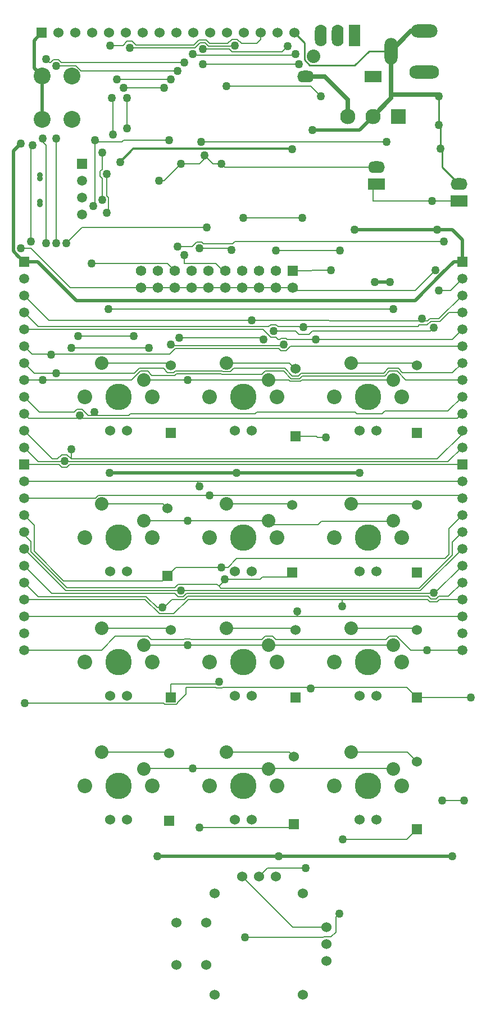
<source format=gbl>
%FSLAX25Y25*%
%MOIN*%
G70*
G01*
G75*
G04 Layer_Physical_Order=2*
G04 Layer_Color=16711680*
%ADD10R,0.03543X0.04331*%
%ADD11R,0.03900X0.05900*%
%ADD12R,0.12900X0.05900*%
%ADD13R,0.03937X0.05118*%
%ADD14R,0.03900X0.04300*%
%ADD15R,0.03150X0.03150*%
%ADD16R,0.08661X0.09843*%
%ADD17R,0.07874X0.01969*%
%ADD18O,0.02165X0.06890*%
%ADD19O,0.06890X0.02165*%
%ADD20R,0.03150X0.06299*%
%ADD21R,0.04300X0.03900*%
%ADD22R,0.05118X0.03937*%
%ADD23C,0.00800*%
%ADD24C,0.02000*%
%ADD25C,0.02500*%
%ADD26C,0.01000*%
%ADD27C,0.01200*%
%ADD28C,0.10000*%
%ADD29C,0.09055*%
%ADD30R,0.09055X0.09055*%
%ADD31O,0.17716X0.07874*%
%ADD32O,0.15748X0.07874*%
%ADD33O,0.07874X0.15748*%
%ADD34C,0.05906*%
%ADD35C,0.05906*%
%ADD36C,0.06000*%
%ADD37O,0.07000X0.13000*%
%ADD38C,0.08000*%
%ADD39R,0.07000X0.13000*%
%ADD40C,0.06200*%
%ADD41R,0.06200X0.06200*%
%ADD42R,0.05906X0.05906*%
%ADD43R,0.06000X0.06000*%
%ADD44C,0.03543*%
%ADD45R,0.10000X0.07000*%
%ADD46O,0.10000X0.07000*%
%ADD47C,0.08700*%
%ADD48C,0.15700*%
%ADD49R,0.10000X0.07000*%
%ADD50C,0.05000*%
D23*
X269200Y348200D02*
X288404D01*
X261000Y340000D02*
X269200Y348200D01*
X215000Y340000D02*
X261000D01*
X412500Y480000D02*
X427500D01*
X411500Y481000D02*
X412500Y480000D01*
X353000Y481000D02*
X411500D01*
X427500Y480000D02*
X429100Y481600D01*
X466600D01*
X352000Y480000D02*
X353000Y481000D01*
X278000Y480000D02*
X352000D01*
X277000Y479000D02*
X278000Y480000D01*
X253233Y479000D02*
X277000D01*
X249533Y482700D02*
X253233Y479000D01*
X338700Y580700D02*
X340000Y582000D01*
X314767Y579000D02*
X317467Y581700D01*
X306000Y579000D02*
X314767D01*
X321533Y580700D02*
X338700D01*
X320533Y581700D02*
X321533Y580700D01*
X317467Y581700D02*
X320533D01*
X300000Y569000D02*
X304500Y564500D01*
X258000Y641000D02*
X273000D01*
X274000Y642000D01*
X301000D01*
X337000Y578000D02*
X338000Y577000D01*
X319000Y578000D02*
X337000D01*
X310200Y568800D02*
X328800D01*
X310200D02*
Y573800D01*
X328800Y568800D02*
X333100Y564500D01*
X334500D01*
X345236Y596000D02*
X380000D01*
X264000Y599000D02*
X265125Y600125D01*
X260324Y620444D02*
X261425Y619342D01*
Y606425D02*
Y619342D01*
X355500Y701500D02*
Y705400D01*
X353200Y699200D02*
X355500Y701500D01*
X341533Y701700D02*
X344033Y699200D01*
X335967D02*
X338467Y701700D01*
X325295Y699200D02*
X335967D01*
X344033D02*
X353200D01*
X338467Y701700D02*
X341533D01*
X323195Y701300D02*
X325295Y699200D01*
X318805Y701300D02*
X323195D01*
X315805Y698300D02*
X318805Y701300D01*
X281333Y698300D02*
X315805D01*
X273767Y698000D02*
X276167Y700400D01*
X266000Y698000D02*
X273767D01*
X279233Y700400D02*
X281333Y698300D01*
X276167Y700400D02*
X279233D01*
X267000Y667000D02*
X267700Y666300D01*
Y645300D02*
Y666300D01*
X368098Y694300D02*
X371359Y697562D01*
X338467Y694300D02*
X368098D01*
X336767Y696000D02*
X338467Y694300D01*
X321000Y696000D02*
X336767D01*
X316467Y696700D02*
X319467Y699700D01*
X277700Y696700D02*
X316467D01*
X324633Y697600D02*
X339600D01*
X322533Y699700D02*
X324633Y697600D01*
X319467Y699700D02*
X322533D01*
X276000Y649000D02*
Y667000D01*
X360250Y416500D02*
X362450Y414300D01*
X389533D01*
X391533Y416300D02*
X433800D01*
X389533Y414300D02*
X391533Y416300D01*
X389000Y466000D02*
X394000D01*
X433800Y416300D02*
X434000Y416500D01*
X321000Y687000D02*
X378000D01*
X376000Y466500D02*
X388500D01*
X389000Y466000D01*
X375000Y693000D02*
X376000D01*
X374300Y692300D02*
X375000Y693000D01*
X315000D02*
X315700Y692300D01*
X228000Y690000D02*
X230000Y688000D01*
X230767D01*
X248968Y683000D02*
X306000D01*
X245968Y686000D02*
X248968Y683000D01*
X270000Y678000D02*
X302000D01*
X219000Y582000D02*
X219276Y582276D01*
Y637724D01*
X247000Y526000D02*
X280000D01*
X243000Y519000D02*
X289000D01*
X300000Y384000D02*
X305000Y389000D01*
X332000D01*
X302000Y320000D02*
X329600D01*
X332333Y317500D02*
X332833Y318000D01*
X329267Y317500D02*
X332333D01*
X328767Y318000D02*
X329267Y317500D01*
X311000Y318000D02*
X328767D01*
X315000Y270000D02*
X433500D01*
X286250Y269500D02*
X286750Y270000D01*
X315000D01*
X312000Y500000D02*
X360250D01*
X286250D02*
X312000D01*
Y416500D02*
X360250D01*
X286250D02*
X312000D01*
Y343000D02*
X360250D01*
X286250D02*
X312000D01*
X240000Y581000D02*
X249374Y590374D01*
X323374D01*
X364600Y576400D02*
X402600D01*
X350200Y535200D02*
X443000Y535000D01*
X307000Y525000D02*
X358000D01*
X274000Y673000D02*
X298000D01*
X306200Y309000D02*
X311000Y313800D01*
X306200Y308503D02*
Y309000D01*
X297800Y308503D02*
Y308600D01*
Y308503D02*
X298503Y307800D01*
X305497D01*
X306200Y308503D01*
X311000Y313800D02*
Y318000D01*
X442000D02*
X448000Y312000D01*
X450000Y314000D01*
X302000Y312000D02*
Y320000D01*
X261250Y426500D02*
X297500D01*
X300500Y279500D02*
X301000Y279000D01*
X261250Y279500D02*
X300500D01*
X372500D02*
X375000Y277000D01*
X335250Y279500D02*
X372500D01*
X442500D02*
X448000Y274000D01*
X409000Y279500D02*
X442500D01*
X447000Y353000D02*
X448000Y352000D01*
X409000Y353000D02*
X447000D01*
X375000D02*
X376000Y352000D01*
X335250Y353000D02*
X375000D01*
X301000D02*
X302000Y352000D01*
X261250Y353000D02*
X301000D01*
X297500Y426500D02*
X300000Y424000D01*
X373500Y426500D02*
X374000Y426000D01*
X335250Y426500D02*
X373500D01*
X447500D02*
X448000Y426000D01*
X409000Y426500D02*
X447500D01*
X446500Y510000D02*
X448000Y508500D01*
X409250Y510000D02*
X446500D01*
X372500D02*
X376000Y506500D01*
X335250Y510000D02*
X372500D01*
X300500D02*
X302000Y508500D01*
X261250Y510000D02*
X300500D01*
X360250Y343000D02*
X434000D01*
X358096Y348200D02*
X362404D01*
X431846D02*
X436154D01*
X313533Y346700D02*
X314033Y346200D01*
X310467Y346700D02*
X313533D01*
X429846Y346200D02*
X431846Y348200D01*
X364404Y346200D02*
X429846D01*
X362404Y348200D02*
X364404Y346200D01*
X356096D02*
X358096Y348200D01*
X314033Y346200D02*
X356096D01*
X436154Y348200D02*
X444354Y340000D01*
X309967Y346200D02*
X310467Y346700D01*
X290404Y346200D02*
X309967D01*
X288404Y348200D02*
X290404Y346200D01*
X444354Y340000D02*
X454000D01*
X475000D01*
X448000Y312000D02*
X480000D01*
X215400Y308600D02*
X297800D01*
X332833Y318000D02*
X442000D01*
X215000Y380000D02*
X223400Y371600D01*
X215000Y360000D02*
X215200Y359800D01*
X474800D02*
X475000Y360000D01*
X286967Y370000D02*
X295567Y361400D01*
X215000Y370000D02*
X286967D01*
X223400Y371600D02*
X287630D01*
X294130Y365100D01*
X297100D01*
X215000Y390000D02*
X231400Y373600D01*
X215000Y400000D02*
X239800Y375200D01*
X469000Y404000D02*
X475000Y410000D01*
X219153Y398110D02*
X240463Y376800D01*
X219153Y398110D02*
Y404153D01*
X215000Y408306D02*
X219153Y404153D01*
X215000Y408306D02*
Y410000D01*
Y420000D02*
X221000Y414000D01*
Y398526D02*
Y414000D01*
X331042Y375200D02*
X331142Y375100D01*
X330379Y373600D02*
X330479Y373500D01*
X329716Y372000D02*
X329816Y371900D01*
X330479Y373500D02*
X458500D01*
X475000Y390000D01*
X331142Y375100D02*
X450100D01*
X469000Y396263D02*
Y404000D01*
X467000Y396526D02*
Y412000D01*
X475000Y420000D01*
X239800Y375200D02*
X308000D01*
X331042D01*
X240463Y376800D02*
X304367D01*
X306467Y378900D01*
X231400Y373600D02*
X304367D01*
X306467Y371500D01*
X309533D01*
X311633Y373600D01*
X330379D01*
X310195Y369900D02*
X312295Y372000D01*
X329716D01*
X303958Y361400D02*
X312558Y370000D01*
X297100Y364100D02*
X302900Y369900D01*
X310195D01*
X295567Y361400D02*
X303958D01*
X306467Y378900D02*
X329605D01*
X331805Y376700D02*
X449437D01*
X334000Y382000D02*
X355137D01*
X356337Y383200D01*
X371200D01*
X374000Y386000D01*
X257396Y430000D02*
X259096Y431700D01*
X473300D02*
X475000Y430000D01*
X215000D02*
X257396D01*
X215000Y460000D02*
X223400Y451600D01*
X466600D01*
X475000Y460000D01*
Y468000D02*
Y470000D01*
X460200Y453200D02*
X475000Y468000D01*
X215000Y470000D02*
X231800Y453200D01*
X466600Y481600D02*
X475000Y490000D01*
X215000D02*
X224050Y480950D01*
X215000Y500000D02*
X278896D01*
X284096Y505200D01*
X431950D02*
X436404D01*
X441604Y500000D01*
X475000D01*
X429050Y502300D02*
X431950Y505200D01*
X284096D02*
X288404D01*
X431287Y506800D02*
X437067D01*
X428387Y503900D02*
X431287Y506800D01*
X280633Y504000D02*
X283433Y506800D01*
X333096Y504800D02*
X337404D01*
X300260Y504300D02*
X303740D01*
X379340Y503900D02*
X428387D01*
X377740Y502300D02*
X379340Y503900D01*
X374260Y502300D02*
X377740D01*
X373598Y500700D02*
X378402D01*
X380002Y502300D01*
X429050D01*
X360250Y500000D02*
X372035D01*
X372935Y499100D01*
X379065D01*
X379965Y500000D01*
X434250D01*
X469300Y504300D02*
X475000Y510000D01*
X439567Y504300D02*
X469300D01*
X437067Y506800D02*
X439567Y504300D01*
X369760Y506800D02*
X374260Y502300D01*
X339404Y506800D02*
X369760D01*
X337404Y504800D02*
X339404Y506800D01*
X297760D02*
X300260Y504300D01*
X283433Y506800D02*
X297760D01*
X304402Y502700D02*
X305402Y503700D01*
X331933D01*
X332433Y503200D01*
X290904Y502700D02*
X304402D01*
X332433Y503200D02*
X356096D01*
X358096Y505200D01*
X369098D01*
X373598Y500700D01*
X332596Y505300D02*
X333096Y504800D01*
X304740Y505300D02*
X332596D01*
X303740Y504300D02*
X304740Y505300D01*
X288404Y505200D02*
X290904Y502700D01*
X221000Y504000D02*
X280633D01*
X215000Y510000D02*
X221000Y504000D01*
X467263Y540000D02*
X475000D01*
X362000Y529699D02*
X363000Y529000D01*
X215000Y540000D02*
X223500Y531500D01*
X215000Y550000D02*
X229800Y535200D01*
X350200D01*
X215000Y530000D02*
X215100Y529900D01*
X357000Y524000D02*
X358000Y525000D01*
X362699Y529000D02*
X363000D01*
X362000Y529699D02*
X362699Y529000D01*
X361467Y525300D02*
X364533D01*
X356867Y529900D02*
X361467Y525300D01*
X215100Y529900D02*
X356867D01*
X368300Y520300D02*
X369000Y521000D01*
X302000D02*
X302700Y520300D01*
X368300D01*
X301533Y515300D02*
X304933Y518700D01*
X219700Y515300D02*
X301533D01*
X215000Y520000D02*
X219700Y515300D01*
X215200Y359800D02*
X377000D01*
X474800D01*
X377000D02*
Y363000D01*
X403800Y366000D02*
Y369800D01*
X404100Y228000D02*
X442000D01*
X448000Y234000D01*
X312558Y370000D02*
X404000D01*
X403800Y369800D02*
X404000Y370000D01*
X456000Y529000D02*
X458000Y531000D01*
X443000Y535000D02*
X454505D01*
X455805Y536300D01*
X461300D02*
X475000Y550000D01*
X455805Y536300D02*
X461300D01*
X461963Y534700D02*
X467263Y540000D01*
X456467Y534700D02*
X461963D01*
X449437Y376700D02*
X469000Y396263D01*
X450100Y375100D02*
X475000Y400000D01*
X466900Y371900D02*
X475000Y380000D01*
X329816Y371900D02*
X454867D01*
X456467Y370300D01*
X459533D01*
X461133Y371900D01*
X466900D01*
X404000Y370000D02*
X454505D01*
X455805Y368700D01*
X460195D01*
X461495Y370000D01*
X475000D01*
X334000Y381087D02*
Y382000D01*
X330709Y377796D02*
X331805Y376700D01*
X329605Y378900D02*
X330709Y377796D01*
X334000Y381087D01*
X221000Y398526D02*
X238526Y381000D01*
X297000D01*
X300000Y384000D01*
X332000Y389000D02*
X336000D01*
X341210Y394210D01*
X464685D01*
X467000Y396526D01*
X329600Y320000D02*
X330800Y321200D01*
X259096Y431700D02*
X325000D01*
X473300D01*
X372800Y234800D02*
X375000Y237000D01*
X215000Y440000D02*
X318000D01*
X475000D01*
X318000Y438000D02*
Y440000D01*
Y438000D02*
X319000Y437000D01*
Y234800D02*
X372800D01*
X243000Y453200D02*
X460200D01*
X243000D02*
Y459000D01*
X224050Y480950D02*
X244717D01*
X246467Y482700D01*
X249533D01*
X217700Y477300D02*
X472300D01*
X215000Y480000D02*
X217700Y477300D01*
X472300D02*
X475000Y480000D01*
X386000Y529000D02*
X456000D01*
X380669Y531299D02*
Y532730D01*
X449617Y532450D02*
X454217D01*
X456467Y534700D01*
X364533Y525300D02*
X365833Y524000D01*
X469000D02*
X475000Y530000D01*
X365833Y524000D02*
X366767D01*
X367467Y524700D01*
X370533D01*
X371233Y524000D01*
X370533Y517300D02*
X373233Y520000D01*
X475000D01*
X371233Y524000D02*
X469000D01*
X304933Y518700D02*
X366067D01*
X367467Y517300D01*
X370533D01*
X384000Y527000D02*
X386000Y529000D01*
X363000D02*
X376000D01*
X378000Y527000D01*
X384000D01*
X448667Y531500D02*
X449617Y532450D01*
X223500Y531500D02*
X360267D01*
X361467Y532700D01*
X364533D01*
X365733Y531500D01*
X448667D01*
X265000Y542000D02*
X434000D01*
X340000Y582000D02*
X464000D01*
X234000Y686000D02*
X245968D01*
X320000Y641000D02*
X430000D01*
X256000Y603000D02*
X257000Y604000D01*
X422000Y606000D02*
Y614000D01*
X424000Y616000D01*
X422000Y606000D02*
X457000D01*
X473000D01*
X374500Y564500D02*
X397000Y565000D01*
X463000Y251000D02*
X476000D01*
X335000Y674000D02*
X385000D01*
X391000Y668000D01*
X234000Y581000D02*
Y643000D01*
X230767Y688000D02*
X232467Y689700D01*
X235533D01*
X237233Y688000D01*
X310000D01*
X219276Y637724D02*
X220000Y638449D01*
Y639000D01*
X374500Y554500D02*
X376000Y553000D01*
X447000D01*
X459000Y565000D01*
X284500Y554500D02*
X374500D01*
X315700Y692300D02*
X374300D01*
X228000Y581000D02*
Y639000D01*
X226000Y641000D02*
Y643000D01*
Y641000D02*
X228000Y639000D01*
X461000Y553000D02*
X468000D01*
X475000Y560000D01*
X295000Y618000D02*
X298000D01*
X308000Y628000D01*
X319000D01*
X322000Y633000D02*
X324000D01*
X327000Y628000D02*
X332000D01*
X323000Y632000D02*
X327000Y628000D01*
X322000Y633000D02*
X323000Y632000D01*
X255000Y569000D02*
X300000D01*
X257000Y604000D02*
Y642000D01*
X265125Y600125D02*
Y607958D01*
X264024Y609059D02*
X265125Y607958D01*
X264024Y609059D02*
Y621976D01*
X260324Y620444D02*
Y623509D01*
X261425Y624611D01*
Y634575D01*
X242500Y554500D02*
X284500D01*
X219000Y578000D02*
X242500Y554500D01*
X213000Y578000D02*
X219000D01*
X237467Y455700D02*
X240533D01*
X215000Y450000D02*
X235767D01*
X237467Y448300D01*
X240533D01*
X242233Y450000D01*
X475000D01*
X231800Y453200D02*
X234967D01*
X237467Y455700D01*
X243000Y453200D02*
Y453233D01*
X240533Y455700D02*
X243000Y453233D01*
X332000Y628000D02*
X334000Y626000D01*
X424000D01*
X319000Y628000D02*
X323000Y632000D01*
X324000Y633000D01*
X359500Y211000D02*
X382000D01*
X354500Y206000D02*
X359500Y211000D01*
X374500Y176000D02*
X394500D01*
X344500Y206000D02*
X374500Y176000D01*
X400000Y182000D02*
X402000Y184000D01*
X400000Y173000D02*
Y182000D01*
X397200Y170200D02*
X400000Y173000D01*
X392760Y170200D02*
X397200D01*
X392560Y170000D02*
X392760Y170200D01*
X346000Y170000D02*
X392560D01*
D24*
X341000Y445000D02*
X414000D01*
X265700D02*
X341000D01*
X423000Y558000D02*
X423209Y557791D01*
X431791D02*
X432000Y558000D01*
X423209Y557791D02*
X431791D01*
X294000Y218000D02*
X469000D01*
X475000Y570000D02*
Y583000D01*
X469000Y589000D02*
X475000Y583000D01*
X470000Y570000D02*
X475000D01*
X223000D02*
X246000Y547000D01*
X215000Y570000D02*
X223000D01*
X411000Y589000D02*
X460000D01*
X469000D01*
X463300Y563219D02*
Y563300D01*
X470000Y570000D01*
X447081Y547000D02*
X463300Y563219D01*
X246000Y547000D02*
X447081D01*
X221000Y700900D02*
X225500Y705400D01*
X221000Y684500D02*
Y700900D01*
Y684500D02*
X225700Y679800D01*
Y654200D02*
Y679800D01*
X208700Y576219D02*
X211219Y573700D01*
X208700Y576219D02*
Y635700D01*
X211219Y573700D02*
X211300D01*
X215000Y570000D01*
X208700Y635700D02*
X213000Y640000D01*
X386000Y648000D02*
X414000D01*
X422000Y656000D01*
D25*
X407000D02*
Y666000D01*
X393500Y679500D02*
X407000Y666000D01*
X382000Y679500D02*
X393500D01*
X422000Y656000D02*
X432815Y666815D01*
Y690724D02*
Y694661D01*
X444626Y706472D02*
X448563D01*
X452500D01*
X432815Y694661D02*
X444626Y706472D01*
X432815Y666815D02*
Y669000D01*
Y690724D01*
Y669000D02*
X460000D01*
X461000Y668000D01*
D26*
X375500Y705400D02*
X381500Y699400D01*
Y689405D02*
Y699400D01*
Y689405D02*
X384605Y686300D01*
X411300D02*
X419661Y694661D01*
X432815D01*
X384605Y686300D02*
X411300D01*
X463000Y626000D02*
X473000Y616000D01*
X463000Y626000D02*
Y636000D01*
X462000Y637000D02*
X463000Y636000D01*
X462000Y637000D02*
Y650000D01*
X461000Y651000D02*
Y668000D01*
D27*
X373665Y636900D02*
X374000Y636565D01*
X279900Y636900D02*
X373665D01*
X272000Y629000D02*
X279900Y636900D01*
D28*
X225700Y654200D02*
D03*
X243400D02*
D03*
X225700Y679800D02*
D03*
X243400D02*
D03*
D29*
X407000Y656000D02*
D03*
X422000D02*
D03*
D30*
X437000D02*
D03*
D31*
X452500Y682063D02*
D03*
D32*
Y706472D02*
D03*
D33*
X432815Y694661D02*
D03*
D34*
X457421Y682063D02*
D03*
X447579D02*
D03*
D35*
X448563Y706472D02*
D03*
X456437D02*
D03*
X432815Y690724D02*
D03*
Y698598D02*
D03*
X249500Y598000D02*
D03*
Y608000D02*
D03*
Y618000D02*
D03*
X475000Y460000D02*
D03*
Y470000D02*
D03*
Y480000D02*
D03*
Y490000D02*
D03*
Y500000D02*
D03*
Y510000D02*
D03*
Y520000D02*
D03*
Y530000D02*
D03*
Y540000D02*
D03*
Y550000D02*
D03*
Y560000D02*
D03*
Y340000D02*
D03*
Y350000D02*
D03*
Y360000D02*
D03*
Y370000D02*
D03*
Y380000D02*
D03*
Y390000D02*
D03*
Y400000D02*
D03*
Y410000D02*
D03*
Y420000D02*
D03*
Y430000D02*
D03*
Y440000D02*
D03*
X215000Y340000D02*
D03*
Y350000D02*
D03*
Y360000D02*
D03*
Y370000D02*
D03*
Y380000D02*
D03*
Y390000D02*
D03*
Y400000D02*
D03*
Y410000D02*
D03*
Y420000D02*
D03*
Y430000D02*
D03*
Y440000D02*
D03*
Y460000D02*
D03*
Y470000D02*
D03*
Y480000D02*
D03*
Y490000D02*
D03*
Y500000D02*
D03*
Y510000D02*
D03*
Y520000D02*
D03*
Y530000D02*
D03*
Y540000D02*
D03*
Y550000D02*
D03*
Y560000D02*
D03*
D36*
X394500Y156000D02*
D03*
X364500Y206000D02*
D03*
X354500D02*
D03*
X344500D02*
D03*
X305500Y178500D02*
D03*
Y153500D02*
D03*
X323000Y178500D02*
D03*
Y153500D02*
D03*
X380500Y196000D02*
D03*
Y136000D02*
D03*
X328000D02*
D03*
Y196000D02*
D03*
X394500Y166000D02*
D03*
Y176000D02*
D03*
X235500Y705400D02*
D03*
X245500D02*
D03*
X255500D02*
D03*
X265500D02*
D03*
X275500D02*
D03*
X285500D02*
D03*
X295500D02*
D03*
X305500D02*
D03*
X315500D02*
D03*
X325500D02*
D03*
X335500D02*
D03*
X345500D02*
D03*
X355500D02*
D03*
X365500D02*
D03*
X375500D02*
D03*
X448000Y508500D02*
D03*
X424250Y470000D02*
D03*
X414250D02*
D03*
X301000Y279000D02*
D03*
X375000Y277000D02*
D03*
X448000Y274000D02*
D03*
X302000Y352000D02*
D03*
X376000D02*
D03*
X300000Y424000D02*
D03*
X448000Y352000D02*
D03*
X374000Y426000D02*
D03*
X448000D02*
D03*
X302000Y508500D02*
D03*
X376000Y506500D02*
D03*
X276250Y239500D02*
D03*
X266250D02*
D03*
X350250D02*
D03*
X340250D02*
D03*
X424000D02*
D03*
X414000D02*
D03*
X276250Y313000D02*
D03*
X266250D02*
D03*
X350250D02*
D03*
X340250D02*
D03*
X276250Y386500D02*
D03*
X266250D02*
D03*
X424000Y313000D02*
D03*
X414000D02*
D03*
X350250Y386500D02*
D03*
X340250D02*
D03*
X424000D02*
D03*
X414000D02*
D03*
X276250Y470000D02*
D03*
X266250D02*
D03*
X350250D02*
D03*
X340250D02*
D03*
D37*
X401000Y704000D02*
D03*
X391000D02*
D03*
D38*
X386800Y691600D02*
D03*
X409250Y510000D02*
D03*
X434250Y500000D02*
D03*
X261250Y279500D02*
D03*
X286250Y269500D02*
D03*
X335250Y279500D02*
D03*
X360250Y269500D02*
D03*
X409000Y279500D02*
D03*
X434000Y269500D02*
D03*
X261250Y353000D02*
D03*
X286250Y343000D02*
D03*
X335250Y353000D02*
D03*
X360250Y343000D02*
D03*
X261250Y426500D02*
D03*
X286250Y416500D02*
D03*
X409000Y353000D02*
D03*
X434000Y343000D02*
D03*
X335250Y426500D02*
D03*
X360250Y416500D02*
D03*
X409000Y426500D02*
D03*
X434000Y416500D02*
D03*
X261250Y510000D02*
D03*
X286250Y500000D02*
D03*
X335250Y510000D02*
D03*
X360250Y500000D02*
D03*
D39*
X411000Y704000D02*
D03*
D40*
X284500Y554500D02*
D03*
X294500D02*
D03*
X304500D02*
D03*
X284500Y564500D02*
D03*
X294500D02*
D03*
X304500D02*
D03*
X314500Y554500D02*
D03*
X324500D02*
D03*
X334500D02*
D03*
X314500Y564500D02*
D03*
X324500D02*
D03*
X334500D02*
D03*
X344500Y554500D02*
D03*
Y564500D02*
D03*
X354500Y554500D02*
D03*
Y564500D02*
D03*
X364500Y554500D02*
D03*
Y564500D02*
D03*
X374500Y554500D02*
D03*
D41*
Y564500D02*
D03*
D42*
X249500Y628000D02*
D03*
X475000Y570000D02*
D03*
Y450000D02*
D03*
X215000D02*
D03*
Y570000D02*
D03*
D43*
X225500Y705400D02*
D03*
X448000Y468500D02*
D03*
X301000Y239000D02*
D03*
X375000Y237000D02*
D03*
X448000Y234000D02*
D03*
X302000Y312000D02*
D03*
X376000D02*
D03*
X300000Y384000D02*
D03*
X448000Y312000D02*
D03*
X374000Y386000D02*
D03*
X448000D02*
D03*
X302000Y468500D02*
D03*
X376000Y466500D02*
D03*
D44*
X224500Y605610D02*
D03*
Y619390D02*
D03*
Y621161D02*
D03*
Y603839D02*
D03*
D45*
X422000Y679500D02*
D03*
D46*
X382000D02*
D03*
X473000Y616000D02*
D03*
X424000Y626000D02*
D03*
D47*
X399250Y490000D02*
D03*
X439250D02*
D03*
X251250Y259500D02*
D03*
X291250D02*
D03*
X325250D02*
D03*
X365250D02*
D03*
X399000D02*
D03*
X439000D02*
D03*
X251250Y333000D02*
D03*
X291250D02*
D03*
X325250D02*
D03*
X365250D02*
D03*
X251250Y406500D02*
D03*
X291250D02*
D03*
X399000Y333000D02*
D03*
X439000D02*
D03*
X325250Y406500D02*
D03*
X365250D02*
D03*
X399000D02*
D03*
X439000D02*
D03*
X251250Y490000D02*
D03*
X291250D02*
D03*
X325250D02*
D03*
X365250D02*
D03*
D48*
X419250D02*
D03*
X271250Y259500D02*
D03*
X345250D02*
D03*
X419000D02*
D03*
X271250Y333000D02*
D03*
X345250D02*
D03*
X271250Y406500D02*
D03*
X419000Y333000D02*
D03*
X345250Y406500D02*
D03*
X419000D02*
D03*
X271250Y490000D02*
D03*
X345250D02*
D03*
D49*
X473000Y606000D02*
D03*
X424000Y616000D02*
D03*
D50*
X414000Y445000D02*
D03*
X341000D02*
D03*
X265700D02*
D03*
X306000Y579000D02*
D03*
X301000Y642000D02*
D03*
X338000Y577000D02*
D03*
X319000Y578000D02*
D03*
X310200Y573800D02*
D03*
X380000Y596000D02*
D03*
X345236D02*
D03*
X265000Y542000D02*
D03*
X266000Y698000D02*
D03*
X270000Y678000D02*
D03*
X267000Y667000D02*
D03*
X267700Y645300D02*
D03*
X340000Y698000D02*
D03*
X277700Y696700D02*
D03*
X302000Y678000D02*
D03*
X298000Y673000D02*
D03*
X276000Y667000D02*
D03*
Y649000D02*
D03*
X394000Y466000D02*
D03*
X382000Y211000D02*
D03*
X320000Y641000D02*
D03*
X430000D02*
D03*
X378000Y687000D02*
D03*
X321000D02*
D03*
X376000Y693000D02*
D03*
X371359Y697562D02*
D03*
X321000Y696000D02*
D03*
X315000Y693000D02*
D03*
X228000Y581000D02*
D03*
X306000Y683000D02*
D03*
X310000Y688000D02*
D03*
X247000Y526000D02*
D03*
X280000D02*
D03*
X243000Y519000D02*
D03*
X289000D02*
D03*
X332000Y389000D02*
D03*
X330800Y321200D02*
D03*
X319000Y235000D02*
D03*
X315000Y270000D02*
D03*
X312000Y500000D02*
D03*
Y416500D02*
D03*
Y343000D02*
D03*
X323374Y590374D02*
D03*
X385200Y317200D02*
D03*
X402600Y576400D02*
D03*
X364600D02*
D03*
X307000Y525000D02*
D03*
X350200Y535200D02*
D03*
X274000Y673000D02*
D03*
X454000Y340000D02*
D03*
X480000Y312000D02*
D03*
X215400Y308600D02*
D03*
X297100Y365100D02*
D03*
X308000Y375200D02*
D03*
X334000Y382000D02*
D03*
X363000Y529000D02*
D03*
X357000Y524000D02*
D03*
X302000Y521000D02*
D03*
X377000Y363000D02*
D03*
X403800Y366000D02*
D03*
X404100Y228000D02*
D03*
X458000Y531000D02*
D03*
Y374000D02*
D03*
X325000Y431700D02*
D03*
X319000Y437000D02*
D03*
X243000Y459000D02*
D03*
X248000Y479000D02*
D03*
X256800Y481000D02*
D03*
X234000Y504000D02*
D03*
X231000Y515000D02*
D03*
X451150Y536150D02*
D03*
X388000Y524000D02*
D03*
X369000Y521000D02*
D03*
X380669Y531299D02*
D03*
X434000Y542000D02*
D03*
X423000Y558000D02*
D03*
X432000D02*
D03*
X464000Y582000D02*
D03*
X294000Y218000D02*
D03*
X469000D02*
D03*
X366000D02*
D03*
X374000Y636565D02*
D03*
X272000Y629000D02*
D03*
X411000Y589000D02*
D03*
X460000D02*
D03*
X457000Y606000D02*
D03*
X397000Y565000D02*
D03*
X463000Y251000D02*
D03*
X476000D02*
D03*
X335000Y674000D02*
D03*
X391000Y668000D02*
D03*
X240000Y581000D02*
D03*
X234000D02*
D03*
X228000Y690000D02*
D03*
X234000Y643000D02*
D03*
X261425Y634575D02*
D03*
X257000Y642000D02*
D03*
X234000Y686000D02*
D03*
X459000Y565000D02*
D03*
X220000Y639000D02*
D03*
X461000Y553000D02*
D03*
X295000Y618000D02*
D03*
X308000Y628000D02*
D03*
X322000Y633000D02*
D03*
X332000Y628000D02*
D03*
X255000Y569000D02*
D03*
X256000Y603000D02*
D03*
X264000Y599000D02*
D03*
X264024Y621976D02*
D03*
X261425Y606425D02*
D03*
X219000Y582000D02*
D03*
X226000Y643000D02*
D03*
X213000Y640000D02*
D03*
Y578000D02*
D03*
X226000Y500000D02*
D03*
X239000Y452000D02*
D03*
X461000Y651000D02*
D03*
Y668000D02*
D03*
X462000Y637000D02*
D03*
X386000Y648000D02*
D03*
X402000Y184000D02*
D03*
X346000Y170000D02*
D03*
M02*

</source>
